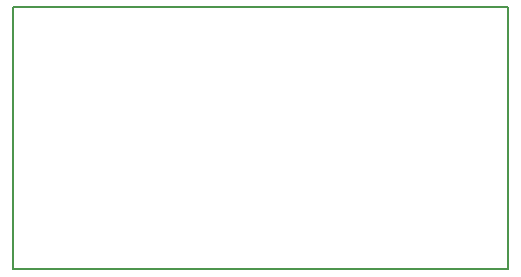
<source format=gbr>
G04 #@! TF.GenerationSoftware,KiCad,Pcbnew,(5.0.2)-1*
G04 #@! TF.CreationDate,2019-01-01T19:01:33-08:00*
G04 #@! TF.ProjectId,500-1117,3530302d-3131-4313-972e-6b696361645f,A*
G04 #@! TF.SameCoordinates,Original*
G04 #@! TF.FileFunction,Profile,NP*
%FSLAX46Y46*%
G04 Gerber Fmt 4.6, Leading zero omitted, Abs format (unit mm)*
G04 Created by KiCad (PCBNEW (5.0.2)-1) date 1/1/2019 7:01:33 PM*
%MOMM*%
%LPD*%
G01*
G04 APERTURE LIST*
%ADD10C,0.150000*%
G04 APERTURE END LIST*
D10*
X106045000Y-123190000D02*
X147955000Y-123190000D01*
X147955000Y-100965000D02*
X106045000Y-100965000D01*
X106045000Y-100965000D02*
X106045000Y-123190000D01*
X147955000Y-100965000D02*
X147955000Y-123190000D01*
M02*

</source>
